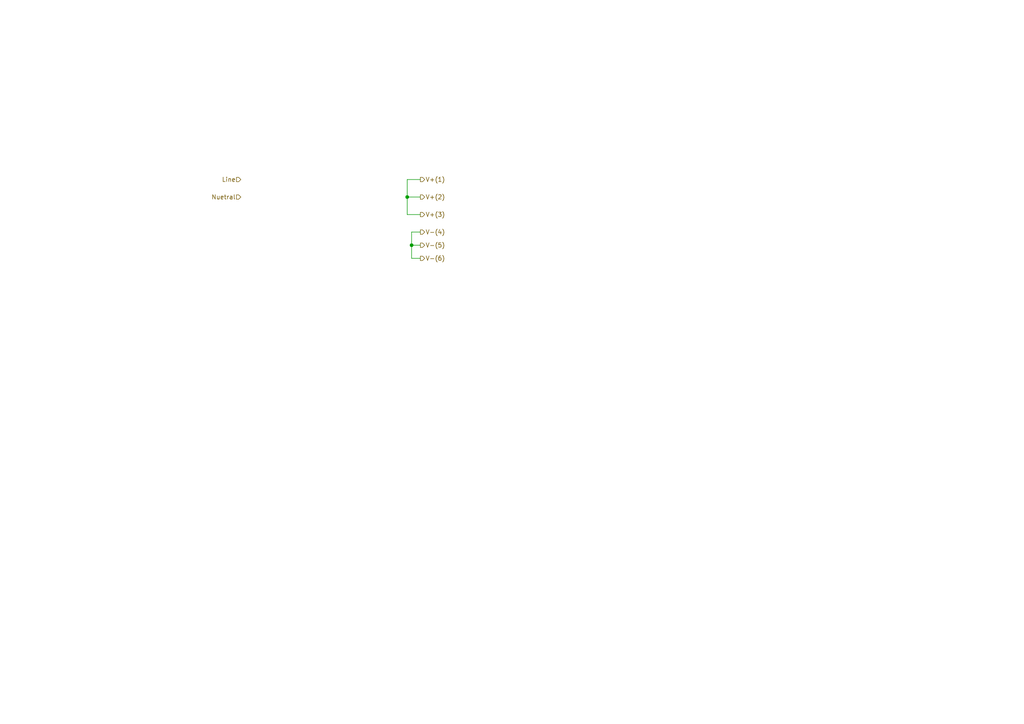
<source format=kicad_sch>
(kicad_sch
	(version 20250114)
	(generator "eeschema")
	(generator_version "9.0")
	(uuid "15575418-1788-463f-a2d7-fba189f19e74")
	(paper "A4")
	(lib_symbols)
	(junction
		(at 118.11 57.15)
		(diameter 0)
		(color 0 0 0 0)
		(uuid "35052f65-7a7c-4a0e-baf4-c73da794234a")
	)
	(junction
		(at 119.38 71.12)
		(diameter 0)
		(color 0 0 0 0)
		(uuid "69671865-046d-4458-a089-ca24e1ab3941")
	)
	(wire
		(pts
			(xy 121.92 74.93) (xy 119.38 74.93)
		)
		(stroke
			(width 0)
			(type default)
		)
		(uuid "002cca5e-abd6-4086-9688-bc66ac233af4")
	)
	(wire
		(pts
			(xy 119.38 67.31) (xy 121.92 67.31)
		)
		(stroke
			(width 0)
			(type default)
		)
		(uuid "1ea745ad-3fe8-4c32-9a4f-142834e65d77")
	)
	(wire
		(pts
			(xy 118.11 57.15) (xy 121.92 57.15)
		)
		(stroke
			(width 0)
			(type default)
		)
		(uuid "1f08c43c-ce91-405f-91e6-55cb59fbd7fc")
	)
	(wire
		(pts
			(xy 118.11 52.07) (xy 118.11 57.15)
		)
		(stroke
			(width 0)
			(type default)
		)
		(uuid "688ea63a-47d1-4571-a0ec-b9c01eb29cf3")
	)
	(wire
		(pts
			(xy 119.38 71.12) (xy 121.92 71.12)
		)
		(stroke
			(width 0)
			(type default)
		)
		(uuid "72aa5747-730e-45b9-928a-9d62c055d8b5")
	)
	(wire
		(pts
			(xy 121.92 52.07) (xy 118.11 52.07)
		)
		(stroke
			(width 0)
			(type default)
		)
		(uuid "95f6a048-1586-4b1c-8f39-f8aab255000a")
	)
	(wire
		(pts
			(xy 119.38 71.12) (xy 119.38 67.31)
		)
		(stroke
			(width 0)
			(type default)
		)
		(uuid "ac3bd1c9-deef-46e4-b103-8095c8283897")
	)
	(wire
		(pts
			(xy 118.11 57.15) (xy 118.11 62.23)
		)
		(stroke
			(width 0)
			(type default)
		)
		(uuid "d0fafa23-17da-4895-93eb-f381711a5490")
	)
	(wire
		(pts
			(xy 119.38 74.93) (xy 119.38 71.12)
		)
		(stroke
			(width 0)
			(type default)
		)
		(uuid "d8bb30d3-7417-45c0-9a38-d1edcc406359")
	)
	(wire
		(pts
			(xy 118.11 62.23) (xy 121.92 62.23)
		)
		(stroke
			(width 0)
			(type default)
		)
		(uuid "e30a9621-8626-4703-b382-1710b20350d3")
	)
	(hierarchical_label "V+(1)"
		(shape output)
		(at 121.92 52.07 0)
		(effects
			(font
				(size 1.27 1.27)
			)
			(justify left)
		)
		(uuid "13ae0d4d-1c27-46d4-a14e-8a7589f71aaa")
	)
	(hierarchical_label "V-(4)"
		(shape output)
		(at 121.92 67.31 0)
		(effects
			(font
				(size 1.27 1.27)
			)
			(justify left)
		)
		(uuid "29950693-36e0-41dd-ac83-6eea34e4e2f6")
	)
	(hierarchical_label "V-(5)"
		(shape output)
		(at 121.92 71.12 0)
		(effects
			(font
				(size 1.27 1.27)
			)
			(justify left)
		)
		(uuid "432acd23-eae3-444d-8316-676ca3813018")
	)
	(hierarchical_label "Line"
		(shape input)
		(at 69.85 52.07 180)
		(effects
			(font
				(size 1.27 1.27)
			)
			(justify right)
		)
		(uuid "48e407be-f586-41ca-9151-8a7b23a5779e")
	)
	(hierarchical_label "Nuetral"
		(shape input)
		(at 69.85 57.15 180)
		(effects
			(font
				(size 1.27 1.27)
			)
			(justify right)
		)
		(uuid "7f218e31-2323-4d7a-8ae4-214f5ce49a88")
	)
	(hierarchical_label "V+(2)"
		(shape output)
		(at 121.92 57.15 0)
		(effects
			(font
				(size 1.27 1.27)
			)
			(justify left)
		)
		(uuid "8c7555f4-09b8-46ee-aa31-4558ffdfa35a")
	)
	(hierarchical_label "V-(6)"
		(shape output)
		(at 121.92 74.93 0)
		(effects
			(font
				(size 1.27 1.27)
			)
			(justify left)
		)
		(uuid "b9abde5a-9b3d-428e-9396-98e40cac8d05")
	)
	(hierarchical_label "V+(3)"
		(shape output)
		(at 121.92 62.23 0)
		(effects
			(font
				(size 1.27 1.27)
			)
			(justify left)
		)
		(uuid "f27e66fc-7864-4b55-acd5-6f48a080fdc7")
	)
)

</source>
